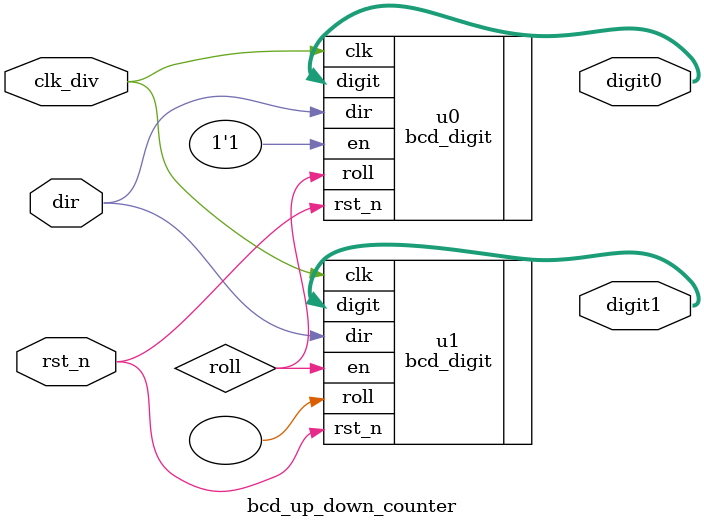
<source format=v>

module bcd_up_down_counter (
    input clk_div, rst_n, dir,
    output [3:0] digit0, digit1
);
    wire roll;
    bcd_digit u0 (.clk(clk_div), .rst_n(rst_n), .dir(dir), .en(1'b1), .digit(digit0), .roll(roll));
    bcd_digit u1 (.clk(clk_div), .rst_n(rst_n), .dir(dir), .en(roll),  .digit(digit1), .roll());
endmodule

</source>
